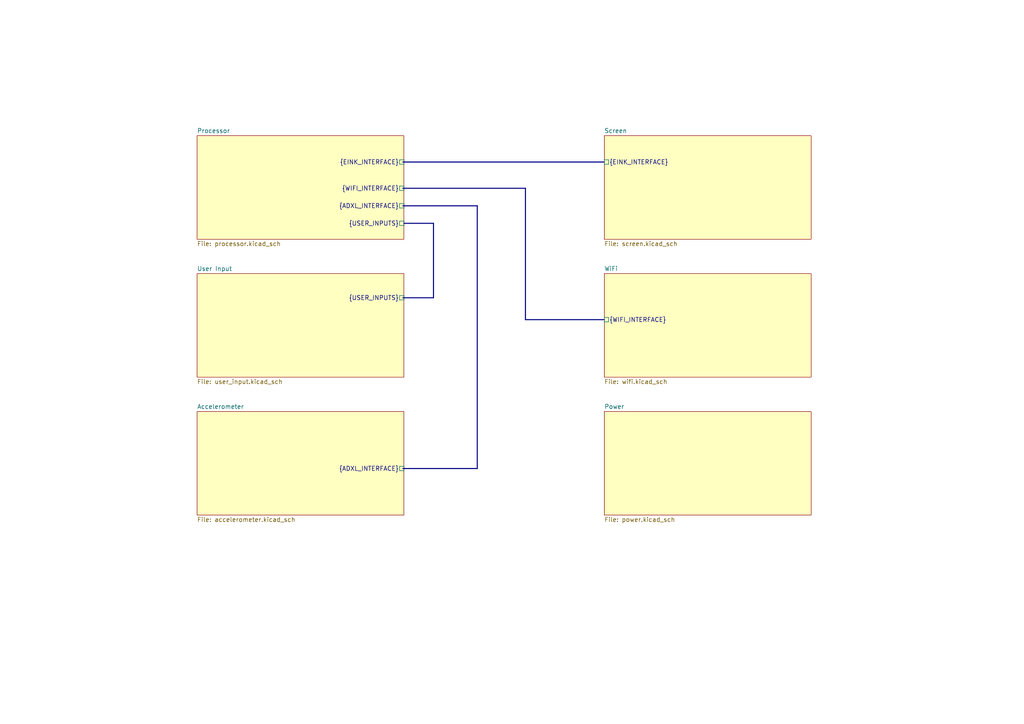
<source format=kicad_sch>
(kicad_sch
	(version 20250114)
	(generator "eeschema")
	(generator_version "9.0")
	(uuid "677117a5-2713-4117-9fd9-f2791321eb47")
	(paper "A4")
	(lib_symbols)
	(bus
		(pts
			(xy 152.4 54.61) (xy 152.4 92.71)
		)
		(stroke
			(width 0)
			(type default)
		)
		(uuid "0bcc67f0-7169-4f54-b760-8a4731a8f580")
	)
	(bus
		(pts
			(xy 116.84 54.61) (xy 152.4 54.61)
		)
		(stroke
			(width 0)
			(type default)
		)
		(uuid "32b7188d-f572-47e7-b03b-10b7fcfdb964")
	)
	(bus
		(pts
			(xy 152.4 92.71) (xy 175.26 92.71)
		)
		(stroke
			(width 0)
			(type default)
		)
		(uuid "44057ca7-8938-4ab0-bf24-2658ddac17fd")
	)
	(bus
		(pts
			(xy 116.84 59.69) (xy 138.43 59.69)
		)
		(stroke
			(width 0)
			(type default)
		)
		(uuid "5de3c2d6-aa49-4484-beb6-bc70b360956e")
	)
	(bus
		(pts
			(xy 116.84 135.89) (xy 138.43 135.89)
		)
		(stroke
			(width 0)
			(type default)
		)
		(uuid "62de15e5-4c81-4d14-8596-d1ff92abf237")
	)
	(bus
		(pts
			(xy 116.84 46.99) (xy 175.26 46.99)
		)
		(stroke
			(width 0)
			(type default)
		)
		(uuid "6a330dd1-57fe-41f5-aae0-1c91f42864b6")
	)
	(bus
		(pts
			(xy 138.43 135.89) (xy 138.43 59.69)
		)
		(stroke
			(width 0)
			(type default)
		)
		(uuid "9686c038-ba10-4a59-84c0-65ccd4699836")
	)
	(bus
		(pts
			(xy 125.73 86.36) (xy 125.73 64.77)
		)
		(stroke
			(width 0)
			(type default)
		)
		(uuid "9c295343-e64d-4ffe-8434-ff3481a1c7f2")
	)
	(bus
		(pts
			(xy 116.84 86.36) (xy 125.73 86.36)
		)
		(stroke
			(width 0)
			(type default)
		)
		(uuid "c252b49b-ec27-42d9-a649-ff2bd6da1ace")
	)
	(bus
		(pts
			(xy 125.73 64.77) (xy 117.15 64.77)
		)
		(stroke
			(width 0)
			(type default)
		)
		(uuid "d43e7c35-852d-4145-a42a-abff308c4167")
	)
	(sheet
		(at 175.26 79.38)
		(size 60 30)
		(exclude_from_sim no)
		(in_bom yes)
		(on_board yes)
		(dnp no)
		(fields_autoplaced yes)
		(stroke
			(width 0.1524)
			(type solid)
		)
		(fill
			(color 255 255 194 1.0000)
		)
		(uuid "29fef48c-cb61-45bf-a58a-d813b66db837")
		(property "Sheetname" "WiFi"
			(at 175.26 78.6684 0)
			(effects
				(font
					(size 1.27 1.27)
				)
				(justify left bottom)
			)
		)
		(property "Sheetfile" "wifi.kicad_sch"
			(at 175.26 109.9646 0)
			(effects
				(font
					(size 1.27 1.27)
				)
				(justify left top)
			)
		)
		(pin "{WIFI_INTERFACE}" passive
			(at 175.26 92.71 180)
			(uuid "7e92c147-2bc4-4603-9dde-56527815be1e")
			(effects
				(font
					(size 1.27 1.27)
				)
				(justify left)
			)
		)
		(instances
			(project "electrical"
				(path "/677117a5-2713-4117-9fd9-f2791321eb47"
					(page "6")
				)
			)
		)
	)
	(sheet
		(at 57.15 119.38)
		(size 60 30)
		(exclude_from_sim no)
		(in_bom yes)
		(on_board yes)
		(dnp no)
		(fields_autoplaced yes)
		(stroke
			(width 0.1524)
			(type solid)
		)
		(fill
			(color 255 255 194 1.0000)
		)
		(uuid "2f45da94-b4f5-4303-b295-9b42addf6c46")
		(property "Sheetname" "Accelerometer"
			(at 57.15 118.6684 0)
			(effects
				(font
					(size 1.27 1.27)
				)
				(justify left bottom)
			)
		)
		(property "Sheetfile" "accelerometer.kicad_sch"
			(at 57.15 149.9646 0)
			(effects
				(font
					(size 1.27 1.27)
				)
				(justify left top)
			)
		)
		(pin "{ADXL_INTERFACE}" passive
			(at 117.15 135.89 0)
			(uuid "bdeab64b-fdd5-430c-8fd9-d6859e58ee58")
			(effects
				(font
					(size 1.27 1.27)
				)
				(justify right)
			)
		)
		(instances
			(project "electrical"
				(path "/677117a5-2713-4117-9fd9-f2791321eb47"
					(page "4")
				)
			)
		)
	)
	(sheet
		(at 57.15 39.38)
		(size 60 30)
		(exclude_from_sim no)
		(in_bom yes)
		(on_board yes)
		(dnp no)
		(fields_autoplaced yes)
		(stroke
			(width 0.1524)
			(type solid)
		)
		(fill
			(color 255 255 194 1.0000)
		)
		(uuid "639e8570-649e-480b-9860-c3f8c25b10cb")
		(property "Sheetname" "Processor"
			(at 57.15 38.6684 0)
			(effects
				(font
					(size 1.27 1.27)
				)
				(justify left bottom)
			)
		)
		(property "Sheetfile" "processor.kicad_sch"
			(at 57.15 69.9646 0)
			(effects
				(font
					(size 1.27 1.27)
				)
				(justify left top)
			)
		)
		(pin "{WIFI_INTERFACE}" passive
			(at 117.15 54.61 0)
			(uuid "cf28600a-42bc-44f0-a379-9ea857b31730")
			(effects
				(font
					(size 1.27 1.27)
				)
				(justify right)
			)
		)
		(pin "{USER_INPUTS}" passive
			(at 117.15 64.77 0)
			(uuid "1adece83-6af0-4bea-9d37-66e84b1b4725")
			(effects
				(font
					(size 1.27 1.27)
				)
				(justify right)
			)
		)
		(pin "{ADXL_INTERFACE}" passive
			(at 117.15 59.69 0)
			(uuid "7e89e977-a151-4baa-af5d-649852a46411")
			(effects
				(font
					(size 1.27 1.27)
				)
				(justify right)
			)
		)
		(pin "{EINK_INTERFACE}" passive
			(at 117.15 46.99 0)
			(uuid "6ce4d828-6281-427b-915a-fcd5fa777884")
			(effects
				(font
					(size 1.27 1.27)
				)
				(justify right)
			)
		)
		(instances
			(project "electrical"
				(path "/677117a5-2713-4117-9fd9-f2791321eb47"
					(page "2")
				)
			)
		)
	)
	(sheet
		(at 175.26 39.38)
		(size 60 30)
		(exclude_from_sim no)
		(in_bom yes)
		(on_board yes)
		(dnp no)
		(fields_autoplaced yes)
		(stroke
			(width 0.1524)
			(type solid)
		)
		(fill
			(color 255 255 194 1.0000)
		)
		(uuid "6db9faad-babc-4616-8373-b719369ad21c")
		(property "Sheetname" "Screen"
			(at 175.26 38.6684 0)
			(effects
				(font
					(size 1.27 1.27)
				)
				(justify left bottom)
			)
		)
		(property "Sheetfile" "screen.kicad_sch"
			(at 175.26 69.9646 0)
			(effects
				(font
					(size 1.27 1.27)
				)
				(justify left top)
			)
		)
		(pin "{EINK_INTERFACE}" passive
			(at 175.26 46.99 180)
			(uuid "21e27d03-3623-49f7-9dff-478f81e17be9")
			(effects
				(font
					(size 1.27 1.27)
				)
				(justify left)
			)
		)
		(instances
			(project "electrical"
				(path "/677117a5-2713-4117-9fd9-f2791321eb47"
					(page "5")
				)
			)
		)
	)
	(sheet
		(at 57.15 79.38)
		(size 60 30)
		(exclude_from_sim no)
		(in_bom yes)
		(on_board yes)
		(dnp no)
		(fields_autoplaced yes)
		(stroke
			(width 0.1524)
			(type solid)
		)
		(fill
			(color 255 255 194 1.0000)
		)
		(uuid "7950c92d-b608-45e5-861a-e92ca807ec72")
		(property "Sheetname" "User Input"
			(at 57.15 78.6684 0)
			(effects
				(font
					(size 1.27 1.27)
				)
				(justify left bottom)
			)
		)
		(property "Sheetfile" "user_input.kicad_sch"
			(at 57.15 109.9646 0)
			(effects
				(font
					(size 1.27 1.27)
				)
				(justify left top)
			)
		)
		(pin "{USER_INPUTS}" passive
			(at 117.15 86.36 0)
			(uuid "5a3b7b82-7c11-45f6-b4ab-cda3ec512e92")
			(effects
				(font
					(size 1.27 1.27)
				)
				(justify right)
			)
		)
		(instances
			(project "electrical"
				(path "/677117a5-2713-4117-9fd9-f2791321eb47"
					(page "3")
				)
			)
		)
	)
	(sheet
		(at 175.26 119.38)
		(size 60 30)
		(exclude_from_sim no)
		(in_bom yes)
		(on_board yes)
		(dnp no)
		(fields_autoplaced yes)
		(stroke
			(width 0.1524)
			(type solid)
		)
		(fill
			(color 255 255 194 1.0000)
		)
		(uuid "a868c076-ff46-444b-a86b-c9ac10004481")
		(property "Sheetname" "Power"
			(at 175.26 118.6684 0)
			(effects
				(font
					(size 1.27 1.27)
				)
				(justify left bottom)
			)
		)
		(property "Sheetfile" "power.kicad_sch"
			(at 175.26 149.9646 0)
			(effects
				(font
					(size 1.27 1.27)
				)
				(justify left top)
			)
		)
		(instances
			(project "electrical"
				(path "/677117a5-2713-4117-9fd9-f2791321eb47"
					(page "7")
				)
			)
		)
	)
	(sheet_instances
		(path "/"
			(page "1")
		)
	)
	(embedded_fonts no)
)

</source>
